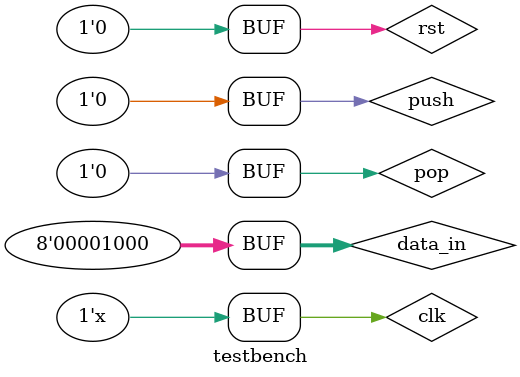
<source format=v>
module testbench(

    );
    
reg           clk;
reg           rst; 
reg           push;
reg           pop;       
reg [7:0]     data_in;
wire [7:0]    data_out;
wire          empty;        
wire          almost_empty;
wire          full;
wire          almost_full; 

fifo fifo_0
            (.clk           (clk),
            .rst            (rst),
            .push           (push),
            .pop            (pop),
            .data_in        (data_in),
            .data_out       (data_out),
            .empty          (empty),
            .almost_empty   (almost_empty),
            .full           (full),
            .almost_full    (almost_full)
            );

initial begin            
    clk = 0;
    rst = 1;
    push = 0;
    pop = 0;
//Fill the FIFO
    data_in = 8'b10101010;//1
    #10
    rst = 0;
    #10
    push = 1;
    #10
    push = 0;
    data_in = 8'b11111010;//2
    #10
    push = 1;
    #10
    push = 0;
    data_in = 8'b10101111;//3
    #10
    push = 1;
    #10
    push = 0;
    data_in = 8'b11111111;//4
    #10
    push = 1;
    #10
    push = 0;
    data_in = 8'b00000000;//5
    #10
    push = 1;
    #10
    push = 0;
    data_in = 8'b00000001;//6
    #10
    push = 1;
    #10
    push = 0;
    data_in = 8'b00000010;//7
    #10
    push = 1;
    #10
    push = 0;
    data_in = 8'b00000100;//8
    #10
    push = 1;
    #10
    push = 0;
    data_in = 8'b00000100;//9
    #10
    push = 1;
    #10
    push = 0;
    data_in = 8'b00001000;//10
    #10
    push = 1;
    #60
    push = 0;
    #10 
    pop = 1;//1
    #10
    pop = 0;
    #40 
    pop = 1;//2
    #10
    pop = 0;
    #40 
    pop = 1;//3
    #10
    pop = 0;
    #40 
    pop = 1;//4
    #10
    pop = 0;
    #40 
    pop = 1;//5
    #10
    pop = 0;
    #40 
    pop = 1;//6
    #10
    pop = 0;
    #40 
    pop = 1;//7
    #10
    pop = 0;
    #40 
    pop = 1;//8
    #10
    pop = 0;
    #40 
    pop = 1;//9
    #10
    pop = 0;
    #40 
    pop = 1;//10
    #10
    pop = 0;
end
always begin
clk = #5 !clk;
end
  
endmodule

</source>
